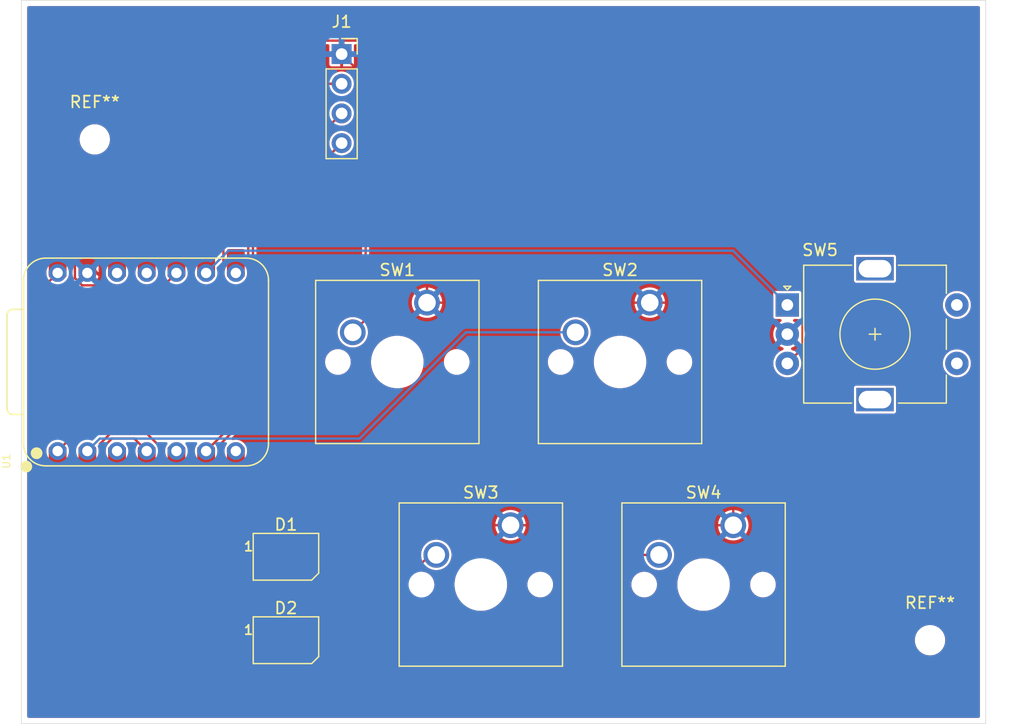
<source format=kicad_pcb>
(kicad_pcb (version 20241229) (generator "pcbnew") (generator_version "9.0")
  (layers (0 "F.Cu" signal) (2 "B.Cu" signal) (13 "F.Paste" user) (15 "B.Paste" user) (5 "F.SilkS" user "F.Silkscreen") (7 "B.SilkS" user "B.Silkscreen") (1 "F.Mask" user) (3 "B.Mask" user) (25 "Edge.Cuts" user))
  (net 0 "")
  (net 1 "GND")
  (net 2 "Net-(D1-DIN)")
  (net 3 "Net-(D1-DOUT)")
  (net 5 "Net-(J1-Pin_4)")
  (net 6 "Net-(J1-Pin_3)")
  (net 7 "Net-(J1-Pin_2)")
  (net 8 "Net-(U1-GPIO26{slash}ADC0{slash}A0)")
  (net 9 "Net-(U1-GPIO27{slash}ADC1{slash}A1)")
  (net 10 "Net-(U1-GPIO28{slash}ADC2{slash}A2)")
  (net 11 "Net-(U1-GPIO29{slash}ADC3{slash}A3)")
  (net 12 "Net-(U1-GPIO2{slash}SCK)")
  (net 13 "Net-(U1-GPIO4{slash}MISO)")
  (net 16 "+5V")
  (footprint "Button_Switch_Keyboard:SW_Cherry_MX_1.00u_PCB" (layer "F.Cu") (at 71.27875 52.07)
    (property "Reference" "SW1" (at -2.54 -2.794 0) (layer "F.SilkS"))
    (property "Value" "SW_Push")
    (fp_line (start -9.525 -1.905) (end 4.445 -1.905) (stroke (width 0.12)) (layer "F.SilkS"))
    (fp_line (start -9.525 12.065) (end -9.525 -1.905) (stroke (width 0.12)) (layer "F.SilkS"))
    (fp_line (start 4.445 -1.905) (end 4.445 12.065) (stroke (width 0.12)) (layer "F.SilkS"))
    (fp_line (start 4.445 12.065) (end -9.525 12.065) (stroke (width 0.12)) (layer "F.SilkS"))
    (pad "" np_thru_hole circle (at -7.62 5.08) (size 1.7 1.7) (drill 1.7) (layers "*.Cu" "*.Mask"))
    (pad "" np_thru_hole circle (at -2.54 5.08) (size 4 4) (drill 4) (layers "*.Cu" "*.Mask"))
    (pad "" np_thru_hole circle (at 2.54 5.08) (size 1.7 1.7) (drill 1.7) (layers "*.Cu" "*.Mask"))
    (pad "1" thru_hole circle (at 0 0) (size 2.2 2.2) (drill 1.5) (layers "*.Cu" "*.Mask") (net 1 "GND"))
    (pad "2" thru_hole circle (at -6.35 2.54) (size 2.2 2.2) (drill 1.5) (layers "*.Cu" "*.Mask") (net 8 "Net-(U1-GPIO26{slash}ADC0{slash}A0)"))
  )
  (footprint "MountingHole:MountingHole_2.1mm" (layer "F.Cu") (at 42.8625 38.1)
    (property "Reference" "REF**" (at 0 -3.2 0) (layer "F.SilkS"))
    (property "Value" "MountingHole_2.1mm")
    (pad "" np_thru_hole circle (at 0 0) (size 2.1 2.1) (drill 2.1) (layers "*.Cu" "*.Mask"))
  )
  (footprint "Button_Switch_Keyboard:SW_Cherry_MX_1.00u_PCB" (layer "F.Cu") (at 97.4725 71.12)
    (property "Reference" "SW4" (at -2.54 -2.794 0) (layer "F.SilkS"))
    (property "Value" "SW_Push")
    (fp_line (start -9.525 -1.905) (end 4.445 -1.905) (stroke (width 0.12)) (layer "F.SilkS"))
    (fp_line (start -9.525 12.065) (end -9.525 -1.905) (stroke (width 0.12)) (layer "F.SilkS"))
    (fp_line (start 4.445 -1.905) (end 4.445 12.065) (stroke (width 0.12)) (layer "F.SilkS"))
    (fp_line (start 4.445 12.065) (end -9.525 12.065) (stroke (width 0.12)) (layer "F.SilkS"))
    (pad "" np_thru_hole circle (at -7.62 5.08) (size 1.7 1.7) (drill 1.7) (layers "*.Cu" "*.Mask"))
    (pad "" np_thru_hole circle (at -2.54 5.08) (size 4 4) (drill 4) (layers "*.Cu" "*.Mask"))
    (pad "" np_thru_hole circle (at 2.54 5.08) (size 1.7 1.7) (drill 1.7) (layers "*.Cu" "*.Mask"))
    (pad "1" thru_hole circle (at 0 0) (size 2.2 2.2) (drill 1.5) (layers "*.Cu" "*.Mask") (net 1 "GND"))
    (pad "2" thru_hole circle (at -6.35 2.54) (size 2.2 2.2) (drill 1.5) (layers "*.Cu" "*.Mask") (net 11 "Net-(U1-GPIO29{slash}ADC3{slash}A3)"))
  )
  (footprint "LED_SMD:LED_SK6812MINI_PLCC4_3.5x3.5mm_P1.75mm" (layer "F.Cu") (at 59.21375 73.81875)
    (property "Reference" "D1" (at 0 -2.75 0) (layer "F.SilkS"))
    (property "Value" "SK6812MINI")
    (fp_line (start -2.8 -2) (end -2.8 2) (stroke (width 0.12)) (layer "F.SilkS"))
    (fp_line (start -2.8 -2) (end 2.8 -2) (stroke (width 0.12)) (layer "F.SilkS"))
    (fp_line (start -2.8 2) (end 2.2 2) (stroke (width 0.12)) (layer "F.SilkS"))
    (fp_line (start 2.8 1.4) (end 2.2 2) (stroke (width 0.12)) (layer "F.SilkS"))
    (fp_line (start 2.8 1.4) (end 2.8 -2) (stroke (width 0.12)) (layer "F.SilkS"))
    (fp_text user "1" (at -3.2 -0.875 0) (layer "F.SilkS") (effects (font (size 0.8 0.8))))
    (pad "1" smd rect (at -1.75 -0.875) (size 1.6 0.85) (layers "F.Cu" "F.Mask" "F.Paste") (net 3 "Net-(D1-DOUT)"))
    (pad "2" smd rect (at -1.75 0.875) (size 1.6 0.85) (layers "F.Cu" "F.Mask" "F.Paste") (net 1 "GND"))
    (pad "3" smd rect (at 1.75 0.875) (size 1.6 0.85) (layers "F.Cu" "F.Mask" "F.Paste") (net 2 "Net-(D1-DIN)"))
    (pad "4" smd rect (at 1.75 -0.875) (size 1.6 0.85) (layers "F.Cu" "F.Mask" "F.Paste") (net 16 "+5V"))
  )
  (footprint "Button_Switch_Keyboard:SW_Cherry_MX_1.00u_PCB" (layer "F.Cu") (at 78.4225 71.12)
    (property "Reference" "SW3" (at -2.54 -2.794 0) (layer "F.SilkS"))
    (property "Value" "SW_Push")
    (fp_line (start -9.525 -1.905) (end 4.445 -1.905) (stroke (width 0.12)) (layer "F.SilkS"))
    (fp_line (start -9.525 12.065) (end -9.525 -1.905) (stroke (width 0.12)) (layer "F.SilkS"))
    (fp_line (start 4.445 -1.905) (end 4.445 12.065) (stroke (width 0.12)) (layer "F.SilkS"))
    (fp_line (start 4.445 12.065) (end -9.525 12.065) (stroke (width 0.12)) (layer "F.SilkS"))
    (pad "" np_thru_hole circle (at -7.62 5.08) (size 1.7 1.7) (drill 1.7) (layers "*.Cu" "*.Mask"))
    (pad "" np_thru_hole circle (at -2.54 5.08) (size 4 4) (drill 4) (layers "*.Cu" "*.Mask"))
    (pad "" np_thru_hole circle (at 2.54 5.08) (size 1.7 1.7) (drill 1.7) (layers "*.Cu" "*.Mask"))
    (pad "1" thru_hole circle (at 0 0) (size 2.2 2.2) (drill 1.5) (layers "*.Cu" "*.Mask") (net 1 "GND"))
    (pad "2" thru_hole circle (at -6.35 2.54) (size 2.2 2.2) (drill 1.5) (layers "*.Cu" "*.Mask") (net 10 "Net-(U1-GPIO28{slash}ADC2{slash}A2)"))
  )
  (footprint "Connector_PinSocket_2.54mm:PinSocket_1x04_P2.54mm_Vertical" (layer "F.Cu") (at 63.97625 30.7975)
    (property "Reference" "J1" (at 0 -2.77 0) (layer "F.SilkS"))
    (property "Value" "OLED_I2C")
    (fp_line (start -1.33 1.27) (end -1.33 8.95) (stroke (width 0.12)) (layer "F.SilkS"))
    (fp_line (start -1.33 1.27) (end 1.33 1.27) (stroke (width 0.12)) (layer "F.SilkS"))
    (fp_line (start -1.33 8.95) (end 1.33 8.95) (stroke (width 0.12)) (layer "F.SilkS"))
    (fp_line (start 0 -1.33) (end 1.33 -1.33) (stroke (width 0.12)) (layer "F.SilkS"))
    (fp_line (start 1.33 -1.33) (end 1.33 0) (stroke (width 0.12)) (layer "F.SilkS"))
    (fp_line (start 1.33 1.27) (end 1.33 8.95) (stroke (width 0.12)) (layer "F.SilkS"))
    (pad "1" thru_hole rect (at 0 0) (size 1.7 1.7) (drill 1) (layers "*.Cu" "*.Mask") (net 1 "GND"))
    (pad "2" thru_hole oval (at 0 2.54) (size 1.7 1.7) (drill 1) (layers "*.Cu" "*.Mask") (net 7 "Net-(J1-Pin_2)"))
    (pad "3" thru_hole oval (at 0 5.08) (size 1.7 1.7) (drill 1) (layers "*.Cu" "*.Mask") (net 6 "Net-(J1-Pin_3)"))
    (pad "4" thru_hole oval (at 0 7.62) (size 1.7 1.7) (drill 1) (layers "*.Cu" "*.Mask") (net 5 "Net-(J1-Pin_4)"))
  )
  (footprint "LED_SMD:LED_SK6812MINI_PLCC4_3.5x3.5mm_P1.75mm" (layer "F.Cu") (at 59.21375 80.9625)
    (property "Reference" "D2" (at 0 -2.75 0) (layer "F.SilkS"))
    (property "Value" "SK6812MINI")
    (fp_line (start -2.8 -2) (end -2.8 2) (stroke (width 0.12)) (layer "F.SilkS"))
    (fp_line (start -2.8 -2) (end 2.8 -2) (stroke (width 0.12)) (layer "F.SilkS"))
    (fp_line (start -2.8 2) (end 2.2 2) (stroke (width 0.12)) (layer "F.SilkS"))
    (fp_line (start 2.8 1.4) (end 2.2 2) (stroke (width 0.12)) (layer "F.SilkS"))
    (fp_line (start 2.8 1.4) (end 2.8 -2) (stroke (width 0.12)) (layer "F.SilkS"))
    (fp_text user "1" (at -3.2 -0.875 0) (layer "F.SilkS") (effects (font (size 0.8 0.8))))
    (pad "1" smd rect (at -1.75 -0.875) (size 1.6 0.85) (layers "F.Cu" "F.Mask" "F.Paste"))
    (pad "2" smd rect (at -1.75 0.875) (size 1.6 0.85) (layers "F.Cu" "F.Mask" "F.Paste") (net 1 "GND"))
    (pad "3" smd rect (at 1.75 0.875) (size 1.6 0.85) (layers "F.Cu" "F.Mask" "F.Paste") (net 3 "Net-(D1-DOUT)"))
    (pad "4" smd rect (at 1.75 -0.875) (size 1.6 0.85) (layers "F.Cu" "F.Mask" "F.Paste") (net 16 "+5V"))
  )
  (footprint "MountingHole:MountingHole_2.1mm" (layer "F.Cu") (at 114.3 80.9625)
    (property "Reference" "REF**" (at 0 -3.2 0) (layer "F.SilkS"))
    (property "Value" "MountingHole_2.1mm")
    (pad "" np_thru_hole circle (at 0 0) (size 2.1 2.1) (drill 2.1) (layers "*.Cu" "*.Mask"))
  )
  (footprint "Button_Switch_Keyboard:SW_Cherry_MX_1.00u_PCB" (layer "F.Cu") (at 90.32875 52.07)
    (property "Reference" "SW2" (at -2.54 -2.794 0) (layer "F.SilkS"))
    (property "Value" "SW_Push")
    (fp_line (start -9.525 -1.905) (end 4.445 -1.905) (stroke (width 0.12)) (layer "F.SilkS"))
    (fp_line (start -9.525 12.065) (end -9.525 -1.905) (stroke (width 0.12)) (layer "F.SilkS"))
    (fp_line (start 4.445 -1.905) (end 4.445 12.065) (stroke (width 0.12)) (layer "F.SilkS"))
    (fp_line (start 4.445 12.065) (end -9.525 12.065) (stroke (width 0.12)) (layer "F.SilkS"))
    (pad "" np_thru_hole circle (at -7.62 5.08) (size 1.7 1.7) (drill 1.7) (layers "*.Cu" "*.Mask"))
    (pad "" np_thru_hole circle (at -2.54 5.08) (size 4 4) (drill 4) (layers "*.Cu" "*.Mask"))
    (pad "" np_thru_hole circle (at 2.54 5.08) (size 1.7 1.7) (drill 1.7) (layers "*.Cu" "*.Mask"))
    (pad "1" thru_hole circle (at 0 0) (size 2.2 2.2) (drill 1.5) (layers "*.Cu" "*.Mask") (net 1 "GND"))
    (pad "2" thru_hole circle (at -6.35 2.54) (size 2.2 2.2) (drill 1.5) (layers "*.Cu" "*.Mask") (net 9 "Net-(U1-GPIO27{slash}ADC1{slash}A1)"))
  )
  (footprint "RotaryCus:RotaryEncoder_Alps_EC11E-Switch_Vertical_H20mm" (layer "F.Cu") (at 102.095 52.26875)
    (property "Reference" "SW5" (at 2.8 -4.7 0) (layer "F.SilkS"))
    (property "Value" "RotaryEncoder")
    (fp_line (start -0.3 -1.6) (end 0.3 -1.6) (stroke (width 0.12)) (layer "F.SilkS"))
    (fp_line (start 0 -1.3) (end -0.3 -1.6) (stroke (width 0.12)) (layer "F.SilkS"))
    (fp_line (start 0.3 -1.6) (end 0 -1.3) (stroke (width 0.12)) (layer "F.SilkS"))
    (fp_line (start 1.4 -3.4) (end 1.4 8.4) (stroke (width 0.12)) (layer "F.SilkS"))
    (fp_line (start 5.5 -3.4) (end 1.4 -3.4) (stroke (width 0.12)) (layer "F.SilkS"))
    (fp_line (start 5.5 8.4) (end 1.4 8.4) (stroke (width 0.12)) (layer "F.SilkS"))
    (fp_line (start 7 2.5) (end 8 2.5) (stroke (width 0.12)) (layer "F.SilkS"))
    (fp_line (start 7.5 2) (end 7.5 3) (stroke (width 0.12)) (layer "F.SilkS"))
    (fp_line (start 9.5 -3.4) (end 13.6 -3.4) (stroke (width 0.12)) (layer "F.SilkS"))
    (fp_line (start 13.6 -3.4) (end 13.6 -1) (stroke (width 0.12)) (layer "F.SilkS"))
    (fp_line (start 13.6 1.2) (end 13.6 3.8) (stroke (width 0.12)) (layer "F.SilkS"))
    (fp_line (start 13.6 6) (end 13.6 8.4) (stroke (width 0.12)) (layer "F.SilkS"))
    (fp_line (start 13.6 8.4) (end 9.5 8.4) (stroke (width 0.12)) (layer "F.SilkS"))
    (fp_circle (center 7.5 2.5) (end 10.5 2.5) (stroke (width 0.12)) (fill no) (layer "F.SilkS"))
    (pad "A" thru_hole rect (at 0 0) (size 2 2) (drill 1) (layers "*.Cu" "*.Mask") (net 12 "Net-(U1-GPIO2{slash}SCK)"))
    (pad "B" thru_hole circle (at 0 5) (size 2 2) (drill 1) (layers "*.Cu" "*.Mask") (net 13 "Net-(U1-GPIO4{slash}MISO)"))
    (pad "C" thru_hole circle (at 0 2.5) (size 2 2) (drill 1) (layers "*.Cu" "*.Mask") (net 1 "GND"))
    (pad "MP" thru_hole rect (at 7.5 -3.1) (size 3.2 2) (drill oval 2.8 1.5) (layers "*.Cu" "*.Mask"))
    (pad "MP" thru_hole rect (at 7.5 8.1) (size 3.2 2) (drill oval 2.8 1.5) (layers "*.Cu" "*.Mask"))
    (pad "S1" thru_hole circle (at 14.5 5) (size 2 2) (drill 1) (layers "*.Cu" "*.Mask"))
    (pad "S2" thru_hole circle (at 14.5 0) (size 2 2) (drill 1) (layers "*.Cu" "*.Mask"))
  )
  (footprint "OPL:XIAO-RP2040-DIP" (layer "F.Cu") (at 47.3075 57.15 90)
    (property "Reference" "U1" (at -8.5 -12 90) (layer "F.SilkS") (effects (font (size 0.635 0.635) (thickness 0.1016))))
    (property "Value" "XIAO-RP2040-DIP")
    (fp_line (start -3.991272 -11.951) (end 4.004 -11.951) (stroke (width 0.127)) (layer "F.SilkS"))
    (fp_line (start 4.504 -11.451) (end 4.504 -10.541) (stroke (width 0.127)) (layer "F.SilkS"))
    (fp_line (start 6.985 -10.541) (end -6.985 -10.541) (stroke (width 0.1)) (layer "F.SilkS"))
    (fp_line (start 6.985 -10.541) (end -6.985 -10.541) (stroke (width 0.127)) (layer "F.SilkS"))
    (fp_line (start -4.495 -10.541) (end -4.491272 -11.451272) (stroke (width 0.127)) (layer "F.SilkS"))
    (fp_line (start 8.89 8.509) (end 8.89 -8.636) (stroke (width 0.127)) (layer "F.SilkS"))
    (fp_line (start -8.89 8.509) (end -8.89 -8.636) (stroke (width 0.127)) (layer "F.SilkS"))
    (fp_line (start -6.985 10.414) (end 6.985 10.414) (stroke (width 0.127)) (layer "F.SilkS"))
    (fp_arc (start 4.004 -11.951) (mid 4.357553 -11.804553) (end 4.504 -11.451) (stroke (width 0.127)) (layer "F.SilkS"))
    (fp_arc (start -4.491272 -11.451272) (mid -4.344728 -11.80464) (end -3.991272 -11.951) (stroke (width 0.127)) (layer "F.SilkS"))
    (fp_arc (start 6.985 -10.541) (mid 8.332038 -9.983038) (end 8.89 -8.636) (stroke (width 0.127)) (layer "F.SilkS"))
    (fp_arc (start -8.89 -8.636) (mid -8.332038 -9.983038) (end -6.985 -10.541) (stroke (width 0.127)) (layer "F.SilkS"))
    (fp_arc (start 8.89 8.509) (mid 8.332038 9.856038) (end 6.985 10.414) (stroke (width 0.127)) (layer "F.SilkS"))
    (fp_arc (start -6.985 10.414) (mid -8.332038 9.856038) (end -8.89 8.509) (stroke (width 0.127)) (layer "F.SilkS"))
    (fp_circle (center -8.95 -10.3) (end -8.95 -10.554) (stroke (width 0.5)) (fill yes) (layer "F.SilkS"))
    (fp_circle (center -7.807 -9.42) (end -7.807 -9.674) (stroke (width 0.5)) (fill yes) (layer "F.SilkS"))
    (pad "1" smd roundrect (at -8.455 -7.62 270) (size 2.432 1.524) (layers "F.Cu" "F.Mask") (roundrect_rratio 0.1) (net 8 "Net-(U1-GPIO26{slash}ADC0{slash}A0)"))
    (pad "1" thru_hole circle (at -7.62 -7.62 270) (size 1.524 1.524) (drill 0.889) (layers "*.Cu" "*.Mask") (net 8 "Net-(U1-GPIO26{slash}ADC0{slash}A0)"))
    (pad "2" smd roundrect (at -8.455 -5.08 270) (size 2.432 1.524) (layers "F.Cu" "F.Mask") (roundrect_rratio 0.1) (net 9 "Net-(U1-GPIO27{slash}ADC1{slash}A1)"))
    (pad "2" thru_hole circle (at -7.62 -5.08 270) (size 1.524 1.524) (drill 0.889) (layers "*.Cu" "*.Mask") (net 9 "Net-(U1-GPIO27{slash}ADC1{slash}A1)"))
    (pad "3" smd roundrect (at -8.455 -2.54 270) (size 2.432 1.524) (layers "F.Cu" "F.Mask") (roundrect_rratio 0.1) (net 10 "Net-(U1-GPIO28{slash}ADC2{slash}A2)"))
    (pad "3" thru_hole circle (at -7.62 -2.54 270) (size 1.524 1.524) (drill 0.889) (layers "*.Cu" "*.Mask") (net 10 "Net-(U1-GPIO28{slash}ADC2{slash}A2)"))
    (pad "4" smd roundrect (at -8.455 0 270) (size 2.432 1.524) (layers "F.Cu" "F.Mask") (roundrect_rratio 0.1) (net 11 "Net-(U1-GPIO29{slash}ADC3{slash}A3)"))
    (pad "4" thru_hole circle (at -7.62 0 270) (size 1.524 1.524) (drill 0.889) (layers "*.Cu" "*.Mask") (net 11 "Net-(U1-GPIO29{slash}ADC3{slash}A3)"))
    (pad "5" smd roundrect (at -8.455 2.54 270) (size 2.432 1.524) (layers "F.Cu" "F.Mask") (roundrect_rratio 0.1) (net 5 "Net-(J1-Pin_4)"))
    (pad "5" thru_hole circle (at -7.62 2.54 270) (size 1.524 1.524) (drill 0.889) (layers "*.Cu" "*.Mask") (net 5 "Net-(J1-Pin_4)"))
    (pad "6" smd roundrect (at -8.455 5.08 270) (size 2.432 1.524) (layers "F.Cu" "F.Mask") (roundrect_rratio 0.1) (net 6 "Net-(J1-Pin_3)"))
    (pad "6" thru_hole circle (at -7.62 5.08 270) (size 1.524 1.524) (drill 0.889) (layers "*.Cu" "*.Mask") (net 6 "Net-(J1-Pin_3)"))
    (pad "7" smd roundrect (at -8.455 7.62 270) (size 2.432 1.524) (layers "F.Cu" "F.Mask") (roundrect_rratio 0.1) (net 2 "Net-(D1-DIN)"))
    (pad "7" thru_hole circle (at -7.62 7.62 270) (size 1.524 1.524) (drill 0.889) (layers "*.Cu" "*.Mask") (net 2 "Net-(D1-DIN)"))
    (pad "8" thru_hole circle (at 7.62 7.62 90) (size 1.524 1.524) (drill 0.889) (layers "*.Cu" "*.Mask"))
    (pad "8" smd roundrect (at 8.455 7.62 90) (size 2.432 1.524) (layers "F.Cu" "F.Mask") (roundrect_rratio 0.1))
    (pad "9" thru_hole circle (at 7.62 5.08 90) (size 1.524 1.524) (drill 0.889) (layers "*.Cu" "*.Mask") (net 12 "Net-(U1-GPIO2{slash}SCK)"))
    (pad "9" smd roundrect (at 8.455 5.08 90) (size 2.432 1.524) (layers "F.Cu" "F.Mask") (roundrect_rratio 0.1) (net 12 "Net-(U1-GPIO2{slash}SCK)"))
    (pad "10" thru_hole circle (at 7.62 2.54 90) (size 1.524 1.524) (drill 0.889) (layers "*.Cu" "*.Mask") (net 13 "Net-(U1-GPIO4{slash}MISO)"))
    (pad "10" smd roundrect (at 8.455 2.54 90) (size 2.432 1.524) (layers "F.Cu" "F.Mask") (roundrect_rratio 0.1) (net 13 "Net-(U1-GPIO4{slash}MISO)"))
    (pad "11" thru_hole circle (at 7.62 0 90) (size 1.524 1.524) (drill 0.889) (layers "*.Cu" "*.Mask"))
    (pad "11" smd roundrect (at 8.455 0 90) (size 2.432 1.524) (layers "F.Cu" "F.Mask") (roundrect_rratio 0.1))
    (pad "12" thru_hole circle (at 7.62 -2.54 90) (size 1.524 1.524) (drill 0.889) (layers "*.Cu" "*.Mask") (net 7 "Net-(J1-Pin_2)"))
    (pad "12" smd roundrect (at 8.455 -2.54 90) (size 2.432 1.524) (layers "F.Cu" "F.Mask") (roundrect_rratio 0.1) (net 7 "Net-(J1-Pin_2)"))
    (pad "13" thru_hole circle (at 7.62 -5.08 90) (size 1.524 1.524) (drill 0.889) (layers "*.Cu" "*.Mask") (net 1 "GND"))
    (pad "13" smd roundrect (at 8.455 -5.08 90) (size 2.432 1.524) (layers "F.Cu" "F.Mask") (roundrect_rratio 0.1) (net 1 "GND"))
    (pad "14" thru_hole circle (at 7.62 -7.62 90) (size 1.524 1.524) (drill 0.889) (layers "*.Cu" "*.Mask") (net 16 "+5V"))
    (pad "14" smd roundrect (at 8.455 -7.62 90) (size 2.432 1.524) (layers "F.Cu" "F.Mask") (roundrect_rratio 0.1) (net 16 "+5V"))
  )
  (gr_rect (start 36.587932 26.19375) (end 119.0625 88.10625) (stroke (width 0.05)) (fill no) (layer "Edge.Cuts"))
  (gr_text "Zura's HackPad" (at 38.1 30.95625 -0) (layer "F.Cu") (effects (font (size 1.5 1.5) (thickness 0.3) (bold yes)) (justify left bottom)))
  (segment (start 58.18975 75.41975) (end 68.331436 75.41975) (width 0.2) (layer "F.Cu") (net 1))
  (segment (start 42.2275 48.695) (end 42.2275 49.53) (width 0.2) (layer "F.Cu") (net 1))
  (segment (start 71.27875 52.07) (end 71.27875 38.1) (width 0.2) (layer "F.Cu") (net 1))
  (segment (start 97.4725 59.39125) (end 97.4725 71.12) (width 0.2) (layer "F.Cu") (net 1))
  (segment (start 63.97625 30.7975) (end 60.125 30.7975) (width 0.2) (layer "F.Cu") (net 1))
  (segment (start 71.27875 38.1) (end 63.97625 30.7975) (width 0.2) (layer "F.Cu") (net 1))
  (segment (start 72.631186 71.12) (end 78.4225 71.12) (width 0.2) (layer "F.Cu") (net 1))
  (segment (start 97.4725 71.12) (end 78.4225 71.12) (width 0.2) (layer "F.Cu") (net 1))
  (segment (start 99.39625 52.07) (end 102.095 54.76875) (width 0.2) (layer "F.Cu") (net 1))
  (segment (start 102.095 54.76875) (end 97.4725 59.39125) (width 0.2) (layer "F.Cu") (net 1))
  (segment (start 71.27875 52.07) (end 90.32875 52.07) (width 0.2) (layer "F.Cu") (net 1))
  (segment (start 68.331436 75.41975) (end 72.631186 71.12) (width 0.2) (layer "F.Cu") (net 1))
  (segment (start 60.125 30.7975) (end 42.2275 48.695) (width 0.2) (layer "F.Cu") (net 1))
  (segment (start 57.46375 74.69375) (end 58.18975 75.41975) (width 0.2) (layer "F.Cu") (net 1))
  (segment (start 90.32875 52.07) (end 99.39625 52.07) (width 0.2) (layer "F.Cu") (net 1))
  (segment (start 62.06475 73.59275) (end 62.06475 71.90725) (width 0.2) (layer "F.Cu") (net 2))
  (segment (start 62.06475 71.90725) (end 54.9275 64.77) (width 0.2) (layer "F.Cu") (net 2))
  (segment (start 60.96375 74.69375) (end 62.06475 73.59275) (width 0.2) (layer "F.Cu") (net 2))
  (segment (start 56.36275 74.04475) (end 57.46375 72.94375) (width 0.2) (layer "F.Cu") (net 3))
  (segment (start 60.23775 82.5635) (end 56.36275 82.5635) (width 0.2) (layer "F.Cu") (net 3))
  (segment (start 60.96375 81.8375) (end 60.23775 82.5635) (width 0.2) (layer "F.Cu") (net 3))
  (segment (start 56.36275 82.5635) (end 56.36275 74.04475) (width 0.2) (layer "F.Cu") (net 3))
  (segment (start 53.189126 67.122) (end 51.585874 67.122) (width 0.2) (layer "F.Cu") (net 5))
  (segment (start 56.3915 46.00225) (end 56.3915 61.38869) (width 0.2) (layer "F.Cu") (net 5))
  (segment (start 53.4505 66.860626) (end 53.189126 67.122) (width 0.2) (layer "F.Cu") (net 5))
  (segment (start 49.8475 65.383626) (end 49.8475 64.77) (width 0.2) (layer "F.Cu") (net 5))
  (segment (start 56.3915 61.38869) (end 53.4505 64.32969) (width 0.2) (layer "F.Cu") (net 5))
  (segment (start 51.585874 67.122) (end 49.8475 65.383626) (width 0.2) (layer "F.Cu") (net 5))
  (segment (start 53.4505 64.32969) (end 53.4505 66.860626) (width 0.2) (layer "F.Cu") (net 5))
  (segment (start 63.97625 38.4175) (end 56.3915 46.00225) (width 0.2) (layer "F.Cu") (net 5))
  (segment (start 63.97625 35.8775) (end 55.9905 43.86325) (width 0.2) (layer "F.Cu") (net 6))
  (segment (start 55.9905 61.167) (end 52.3875 64.77) (width 0.2) (layer "F.Cu") (net 6))
  (segment (start 55.9905 43.86325) (end 55.9905 61.167) (width 0.2) (layer "F.Cu") (net 6))
  (segment (start 59.88237 33.3375) (end 44.7675 48.45237) (width 0.2) (layer "F.Cu") (net 7))
  (segment (start 44.7675 48.45237) (end 44.7675 49.53) (width 0.2) (layer "F.Cu") (net 7))
  (segment (start 63.97625 33.3375) (end 59.88237 33.3375) (width 0.2) (layer "F.Cu") (net 7))
  (segment (start 53.8645 50.593) (end 39.6875 64.77) (width 0.2) (layer "F.Cu") (net 8))
  (segment (start 64.45301 34.7265) (end 63.49949 34.7265) (width 0.2) (layer "F.Cu") (net 8))
  (segment (start 66.028749 53.510001) (end 66.028749 36.302239) (width 0.2) (layer "F.Cu") (net 8))
  (segment (start 64.92875 54.61) (end 66.028749 53.510001) (width 0.2) (layer "F.Cu") (net 8))
  (segment (start 66.028749 36.302239) (end 64.45301 34.7265) (width 0.2) (layer "F.Cu") (net 8))
  (segment (start 63.49949 34.7265) (end 53.8645 44.36149) (width 0.2) (layer "F.Cu") (net 8))
  (segment (start 53.8645 44.36149) (end 53.8645 50.593) (width 0.2) (layer "F.Cu") (net 8))
  (segment (start 83.97875 54.61) (end 74.603566 54.61) (width 0.2) (layer "B.Cu") (net 9))
  (segment (start 43.2905 63.707) (end 42.2275 64.77) (width 0.2) (layer "B.Cu") (net 9))
  (segment (start 65.506566 63.707) (end 43.2905 63.707) (width 0.2) (layer "B.Cu") (net 9))
  (segment (start 74.603566 54.61) (end 65.506566 63.707) (width 0.2) (layer "B.Cu") (net 9))
  (segment (start 44.7675 72.10245) (end 44.7675 64.77) (width 0.2) (layer "F.Cu") (net 10))
  (segment (start 56.03055 83.3655) (end 44.7675 72.10245) (width 0.2) (layer "F.Cu") (net 10))
  (segment (start 72.0725 73.66) (end 71.53535 73.66) (width 0.2) (layer "F.Cu") (net 10))
  (segment (start 61.82985 83.3655) (end 56.03055 83.3655) (width 0.2) (layer "F.Cu") (net 10))
  (segment (start 71.53535 73.66) (end 61.82985 83.3655) (width 0.2) (layer "F.Cu") (net 10))
  (segment (start 43.7045 71.60655) (end 43.7045 64.32969) (width 0.2) (layer "F.Cu") (net 11))
  (segment (start 46.2445 63.707) (end 47.3075 64.77) (width 0.2) (layer "F.Cu") (net 11))
  (segment (start 91.1225 73.66) (end 75.04097 73.66) (width 0.2) (layer "F.Cu") (net 11))
  (segment (start 64.93447 83.7665) (end 55.86445 83.7665) (width 0.2) (layer "F.Cu") (net 11))
  (segment (start 75.04097 73.66) (end 64.93447 83.7665) (width 0.2) (layer "F.Cu") (net 11))
  (segment (start 43.7045 64.32969) (end 44.32719 63.707) (width 0.2) (layer "F.Cu") (net 11))
  (segment (start 44.32719 63.707) (end 46.2445 63.707) (width 0.2) (layer "F.Cu") (net 11))
  (segment (start 55.86445 83.7665) (end 43.7045 71.60655) (width 0.2) (layer "F.Cu") (net 11))
  (segment (start 97.45125 47.625) (end 54.2925 47.625) (width 0.2) (layer "B.Cu") (net 12))
  (segment (start 54.2925 47.625) (end 52.3875 49.53) (width 0.2) (layer "B.Cu") (net 12))
  (segment (start 102.095 52.26875) (end 97.45125 47.625) (width 0.2) (layer "B.Cu") (net 12))
  (segment (start 41.1645 49.97031) (end 41.78719 50.593) (width 0.2) (layer "F.Cu") (net 13))
  (segment (start 82.07475 29.6465) (end 58.957374 29.6465) (width 0.2) (layer "F.Cu") (net 13))
  (segment (start 48.7845 50.593) (end 49.8475 49.53) (width 0.2) (layer "F.Cu") (net 13))
  (segment (start 103.396 50.96775) (end 90.507875 38.079625) (width 0.2) (layer "F.Cu") (net 13))
  (segment (start 90.507875 38.079625) (end 82.07475 29.6465) (width 0.2) (layer "F.Cu") (net 13))
  (segment (start 103.396 55.96775) (end 103.396 50.96775) (width 0.2) (layer "F.Cu") (net 13))
  (segment (start 58.957374 29.6465) (end 41.1645 47.439374) (width 0.2) (layer "F.Cu") (net 13))
  (segment (start 41.1645 47.439374) (end 41.1645 49.97031) (width 0.2) (layer "F.Cu") (net 13))
  (segment (start 41.78719 50.593) (end 48.7845 50.593) (width 0.2) (layer "F.Cu") (net 13))
  (segment (start 102.095 57.26875) (end 103.396 55.96775) (width 0.2) (layer "F.Cu") (net 13))
  (segment (start 44.16109 63.306) (end 47.34681 63.306) (width 0.2) (layer "F.Cu") (net 16))
  (segment (start 47.34681 63.306) (end 48.3705 64.32969) (width 0.2) (layer "F.Cu") (net 16))
  (segment (start 55.96175 78.58125) (end 55.96175 82.7296) (width 0.2) (layer "F.Cu") (net 16))
  (segment (start 60.23775 72.21775) (end 56.36275 72.21775) (width 0.2) (layer "F.Cu") (net 16))
  (segment (start 61.66375 80.7875) (end 60.96375 80.0875) (width 0.2) (layer "F.Cu") (net 16))
  (segment (start 56.19665 82.9645) (end 61.66375 82.9645) (width 0.2) (layer "F.Cu") (net 16))
  (segment (start 60.96375 72.94375) (end 60.23775 72.21775) (width 0.2) (layer "F.Cu") (net 16))
  (segment (start 43.3035 64.16359) (end 44.16109 63.306) (width 0.2) (layer "F.Cu") (net 16))
  (segment (start 61.66375 82.9645) (end 62.06475 82.5635) (width 0.2) (layer "F.Cu") (net 16))
  (segment (start 62.06475 82.5635) (end 62.06475 80.7875) (width 0.2) (layer "F.Cu") (net 16))
  (segment (start 48.3705 70.99) (end 55.96175 78.58125) (width 0.2) (layer "F.Cu") (net 16))
  (segment (start 55.96175 82.7296) (end 56.19665 82.9645) (width 0.2) (layer "F.Cu") (net 16))
  (segment (start 38.6245 66.860626) (end 40.820124 69.05625) (width 0.2) (layer "F.Cu") (net 16))
  (segment (start 43.3035 69.05625) (end 43.3035 64.16359) (width 0.2) (layer "F.Cu") (net 16))
  (segment (start 56.36275 72.21775) (end 55.96175 72.61875) (width 0.2) (layer "F.Cu") (net 16))
  (segment (start 38.6245 50.593) (end 38.6245 66.860626) (width 0.2) (layer "F.Cu") (net 16))
  (segment (start 55.96175 72.61875) (end 55.96175 78.58125) (width 0.2) (layer "F.Cu") (net 16))
  (segment (start 62.06475 80.7875) (end 61.66375 80.7875) (width 0.2) (layer "F.Cu") (net 16))
  (segment (start 48.3705 64.32969) (end 48.3705 70.99) (width 0.2) (layer "F.Cu") (net 16))
  (segment (start 39.6875 49.53) (end 38.6245 50.593) (width 0.2) (layer "F.Cu") (net 16))
  (segment (start 40.820124 69.05625) (end 43.3035 69.05625) (width 0.2) (layer "F.Cu") (net 16))
  (zone (net 1) (net_name "GND") (layers "F.Cu" "B.Cu") (connect_pads (clearance 0.2)) (min_thickness 0.25) (fill yes (thermal_gap 0.2) (thermal_bridge_width 0.25))
    (polygon (pts (xy 36.567802 26.174332) (xy 119.0625 26.19375) (xy 119.0625 88.10625) (xy 36.56334 88.131992) (xy 36.567018 26.174136) (xy 36.568244 26.176588)))
  )
  (zone (net 1) (net_name "GND") (layer "B.Cu") (priority 1) (connect_pads (clearance 0.2)) (min_thickness 0.25) (fill yes (thermal_gap 0.5) (thermal_bridge_width 0.5))
    (polygon (pts (xy 36.567508 26.174627) (xy 119.0625 26.19375) (xy 119.0625 88.10625) (xy 36.565868 88.131668)))
  )
)
</source>
